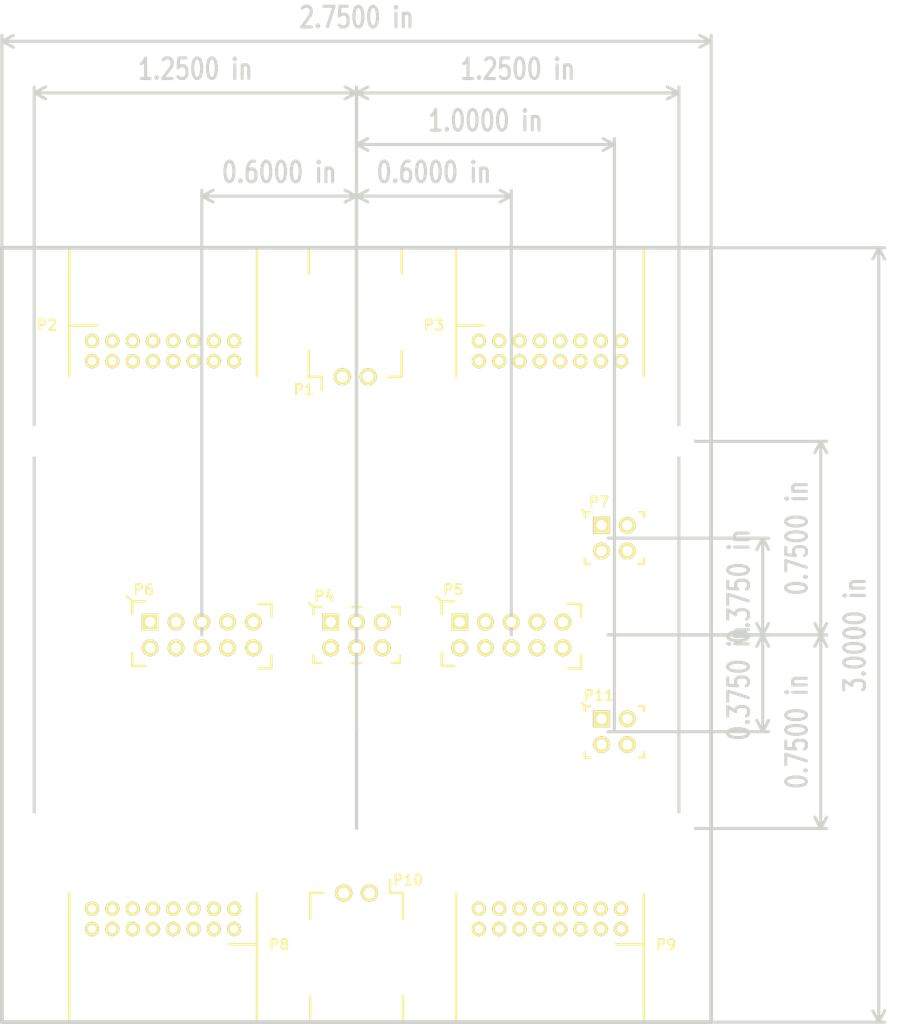
<source format=kicad_pcb>
(kicad_pcb (version 3) (host pcbnew "(2013-mar-13)-testing")

  (general
    (links 18)
    (no_connects 18)
    (area 177.555267 75.2348 275.143688 160.489001)
    (thickness 1.6)
    (drawings 15)
    (tracks 0)
    (zones 0)
    (modules 15)
    (nets 85)
  )

  (page USLetter)
  (title_block
    (title "TDCS Driver, MUX daugtherboard")
    (date 03/01/2014)
    (rev 1.A)
    (comment 1 "Copyright Andrey Shmakov 2014")
  )

  (layers
    (15 F.Cu signal)
    (2 PWR power hide)
    (1 GND power hide)
    (0 B.Cu signal hide)
    (16 B.Adhes user)
    (17 F.Adhes user)
    (18 B.Paste user)
    (19 F.Paste user)
    (20 B.SilkS user)
    (21 F.SilkS user)
    (22 B.Mask user)
    (23 F.Mask user)
    (24 Dwgs.User user)
    (25 Cmts.User user)
    (26 Eco1.User user)
    (27 Eco2.User user)
    (28 Edge.Cuts user)
  )

  (setup
    (last_trace_width 0.254)
    (user_trace_width 0.1524)
    (user_trace_width 0.2032)
    (user_trace_width 0.254)
    (user_trace_width 0.508)
    (user_trace_width 0.762)
    (user_trace_width 1.016)
    (user_trace_width 1.27)
    (trace_clearance 0.254)
    (zone_clearance 0.0254)
    (zone_45_only no)
    (trace_min 0.1524)
    (segment_width 0.381)
    (edge_width 0.381)
    (via_size 0.889)
    (via_drill 0.8128)
    (via_min_size 0.8128)
    (via_min_drill 0.3048)
    (user_via 0.8128 0.3048)
    (user_via 1.016 0.508)
    (user_via 1.27 0.8128)
    (uvia_size 0.508)
    (uvia_drill 0.127)
    (uvias_allowed no)
    (uvia_min_size 0.508)
    (uvia_min_drill 0.127)
    (pcb_text_width 0.3048)
    (pcb_text_size 1.524 2.032)
    (mod_edge_width 0.25)
    (mod_text_size 1.524 1.524)
    (mod_text_width 0.3048)
    (pad_size 1.65 1.65)
    (pad_drill 1)
    (pad_to_mask_clearance 0.254)
    (aux_axis_origin 181.61 83.82)
    (visible_elements FFFFF71F)
    (pcbplotparams
      (layerselection 3178497)
      (usegerberextensions true)
      (excludeedgelayer true)
      (linewidth 0.150000)
      (plotframeref false)
      (viasonmask false)
      (mode 1)
      (useauxorigin false)
      (hpglpennumber 1)
      (hpglpenspeed 20)
      (hpglpendiameter 15)
      (hpglpenoverlay 2)
      (psnegative false)
      (psa4output false)
      (plotreference true)
      (plotvalue true)
      (plotothertext true)
      (plotinvisibletext false)
      (padsonsilk false)
      (subtractmaskfromsilk false)
      (outputformat 1)
      (mirror false)
      (drillshape 0)
      (scaleselection 1)
      (outputdirectory /home/crasic/scratchwork/module_printing/))
  )

  (net 0 "")
  (net 1 /A0)
  (net 2 /A1)
  (net 3 /A2)
  (net 4 /A3)
  (net 5 /A4)
  (net 6 /B0)
  (net 7 /B1)
  (net 8 /B2)
  (net 9 /B3)
  (net 10 /B4)
  (net 11 /CS)
  (net 12 /EN)
  (net 13 /IN1)
  (net 14 /IN1')
  (net 15 /IN2)
  (net 16 /IN2')
  (net 17 /OUTA1)
  (net 18 /OUTA10)
  (net 19 /OUTA11)
  (net 20 /OUTA12)
  (net 21 /OUTA13)
  (net 22 /OUTA14)
  (net 23 /OUTA15)
  (net 24 /OUTA16)
  (net 25 /OUTA17)
  (net 26 /OUTA18)
  (net 27 /OUTA19)
  (net 28 /OUTA2)
  (net 29 /OUTA20)
  (net 30 /OUTA21)
  (net 31 /OUTA22)
  (net 32 /OUTA23)
  (net 33 /OUTA24)
  (net 34 /OUTA25)
  (net 35 /OUTA26)
  (net 36 /OUTA27)
  (net 37 /OUTA28)
  (net 38 /OUTA29)
  (net 39 /OUTA3)
  (net 40 /OUTA30)
  (net 41 /OUTA31)
  (net 42 /OUTA32)
  (net 43 /OUTA4)
  (net 44 /OUTA5)
  (net 45 /OUTA6)
  (net 46 /OUTA7)
  (net 47 /OUTA8)
  (net 48 /OUTA9)
  (net 49 /OUTB1)
  (net 50 /OUTB10)
  (net 51 /OUTB11)
  (net 52 /OUTB12)
  (net 53 /OUTB13)
  (net 54 /OUTB14)
  (net 55 /OUTB15)
  (net 56 /OUTB16)
  (net 57 /OUTB17)
  (net 58 /OUTB18)
  (net 59 /OUTB19)
  (net 60 /OUTB2)
  (net 61 /OUTB20)
  (net 62 /OUTB21)
  (net 63 /OUTB22)
  (net 64 /OUTB23)
  (net 65 /OUTB24)
  (net 66 /OUTB25)
  (net 67 /OUTB26)
  (net 68 /OUTB27)
  (net 69 /OUTB28)
  (net 70 /OUTB29)
  (net 71 /OUTB3)
  (net 72 /OUTB30)
  (net 73 /OUTB31)
  (net 74 /OUTB32)
  (net 75 /OUTB4)
  (net 76 /OUTB5)
  (net 77 /OUTB6)
  (net 78 /OUTB7)
  (net 79 /OUTB8)
  (net 80 /OUTB9)
  (net 81 /WR)
  (net 82 GND)
  (net 83 VDD)
  (net 84 VSS)

  (net_class Default "This is the default net class."
    (clearance 0.254)
    (trace_width 0.254)
    (via_dia 0.889)
    (via_drill 0.8128)
    (uvia_dia 0.508)
    (uvia_drill 0.127)
    (add_net "")
  )

  (net_class Logic ""
    (clearance 0.1524)
    (trace_width 0.2032)
    (via_dia 0.889)
    (via_drill 0.8128)
    (uvia_dia 0.508)
    (uvia_drill 0.127)
    (add_net /A0)
    (add_net /A1)
    (add_net /A2)
    (add_net /A3)
    (add_net /A4)
    (add_net /B0)
    (add_net /B1)
    (add_net /B2)
    (add_net /B3)
    (add_net /B4)
    (add_net /CS)
    (add_net /EN)
    (add_net /WR)
  )

  (net_class Power ""
    (clearance 0.1524)
    (trace_width 0.254)
    (via_dia 1.27)
    (via_drill 0.8128)
    (uvia_dia 0.508)
    (uvia_drill 0.127)
    (add_net GND)
    (add_net VDD)
    (add_net VSS)
  )

  (net_class Signal ""
    (clearance 0.1524)
    (trace_width 0.2032)
    (via_dia 0.889)
    (via_drill 0.8128)
    (uvia_dia 0.508)
    (uvia_drill 0.127)
    (add_net /IN1)
    (add_net /IN1')
    (add_net /IN2)
    (add_net /IN2')
    (add_net /OUTA1)
    (add_net /OUTA10)
    (add_net /OUTA11)
    (add_net /OUTA12)
    (add_net /OUTA13)
    (add_net /OUTA14)
    (add_net /OUTA15)
    (add_net /OUTA16)
    (add_net /OUTA17)
    (add_net /OUTA18)
    (add_net /OUTA19)
    (add_net /OUTA2)
    (add_net /OUTA20)
    (add_net /OUTA21)
    (add_net /OUTA22)
    (add_net /OUTA23)
    (add_net /OUTA24)
    (add_net /OUTA25)
    (add_net /OUTA26)
    (add_net /OUTA27)
    (add_net /OUTA28)
    (add_net /OUTA29)
    (add_net /OUTA3)
    (add_net /OUTA30)
    (add_net /OUTA31)
    (add_net /OUTA32)
    (add_net /OUTA4)
    (add_net /OUTA5)
    (add_net /OUTA6)
    (add_net /OUTA7)
    (add_net /OUTA8)
    (add_net /OUTA9)
    (add_net /OUTB1)
    (add_net /OUTB10)
    (add_net /OUTB11)
    (add_net /OUTB12)
    (add_net /OUTB13)
    (add_net /OUTB14)
    (add_net /OUTB15)
    (add_net /OUTB16)
    (add_net /OUTB17)
    (add_net /OUTB18)
    (add_net /OUTB19)
    (add_net /OUTB2)
    (add_net /OUTB20)
    (add_net /OUTB21)
    (add_net /OUTB22)
    (add_net /OUTB23)
    (add_net /OUTB24)
    (add_net /OUTB25)
    (add_net /OUTB26)
    (add_net /OUTB27)
    (add_net /OUTB28)
    (add_net /OUTB29)
    (add_net /OUTB3)
    (add_net /OUTB30)
    (add_net /OUTB31)
    (add_net /OUTB32)
    (add_net /OUTB4)
    (add_net /OUTB5)
    (add_net /OUTB6)
    (add_net /OUTB7)
    (add_net /OUTB8)
    (add_net /OUTB9)
  )

  (module SCREW_3mm (layer F.Cu) (tedit 5324ED35) (tstamp 53251FDB)
    (at 184.785 102.87)
    (path /53239D84)
    (fp_text reference SCREW1 (at 0.25 4.25) (layer F.SilkS) hide
      (effects (font (thickness 0.3048)))
    )
    (fp_text value CONN_1 (at 0.25 4.5) (layer F.SilkS) hide
      (effects (font (thickness 0.3048)))
    )
    (pad "" np_thru_hole circle (at 0 0) (size 3 3) (drill 3)
      (layers *.Cu *.Mask F.SilkS)
    )
  )

  (module SCREW_3mm (layer F.Cu) (tedit 5324ED35) (tstamp 53251FE0)
    (at 184.785 140.97)
    (path /53239D7E)
    (fp_text reference SCREW2 (at 0.25 4.25) (layer F.SilkS) hide
      (effects (font (thickness 0.3048)))
    )
    (fp_text value CONN_1 (at 0.25 4.5) (layer F.SilkS) hide
      (effects (font (thickness 0.3048)))
    )
    (pad "" np_thru_hole circle (at 0 0) (size 3 3) (drill 3)
      (layers *.Cu *.Mask F.SilkS)
    )
  )

  (module SCREW_3mm (layer F.Cu) (tedit 5324ED35) (tstamp 53251FE5)
    (at 248.285 102.87)
    (path /53239D78)
    (fp_text reference SCREW3 (at 0.25 4.25) (layer F.SilkS) hide
      (effects (font (thickness 0.3048)))
    )
    (fp_text value CONN_1 (at 0.25 4.5) (layer F.SilkS) hide
      (effects (font (thickness 0.3048)))
    )
    (pad "" np_thru_hole circle (at 0 0) (size 3 3) (drill 3)
      (layers *.Cu *.Mask F.SilkS)
    )
  )

  (module SCREW_3mm (layer F.Cu) (tedit 5324ED35) (tstamp 53251FEA)
    (at 248.285 140.97)
    (path /53239D72)
    (fp_text reference SCREW4 (at 0.25 4.25) (layer F.SilkS) hide
      (effects (font (thickness 0.3048)))
    )
    (fp_text value CONN_1 (at 0.25 4.5) (layer F.SilkS) hide
      (effects (font (thickness 0.3048)))
    )
    (pad "" np_thru_hole circle (at 0 0) (size 3 3) (drill 3)
      (layers *.Cu *.Mask F.SilkS)
    )
  )

  (module HEADER-2x5-SAMTEC (layer F.Cu) (tedit 53277443) (tstamp 53254757)
    (at 201.295 121.92)
    (path /53250D68)
    (fp_text reference P6 (at -5.715 -4.445) (layer F.SilkS)
      (effects (font (size 1.016 1.016) (thickness 0.2032)))
    )
    (fp_text value CONN_5X2 (at -13.97 0.762) (layer F.SilkS) hide
      (effects (font (size 1.524 1.016) (thickness 0.3048)))
    )
    (fp_line (start -6.858 -3.302) (end -7.366 -3.81) (layer F.SilkS) (width 0.25))
    (fp_line (start -6.858 -2.032) (end -6.858 -3.302) (layer F.SilkS) (width 0.25))
    (fp_line (start -6.858 -3.302) (end -5.588 -3.302) (layer F.SilkS) (width 0.25))
    (fp_line (start -5.588 3.048) (end -6.858 3.048) (layer F.SilkS) (width 0.25))
    (fp_line (start -6.858 3.048) (end -6.858 1.778) (layer F.SilkS) (width 0.25))
    (fp_line (start 6.858 2.032) (end 6.858 3.302) (layer F.SilkS) (width 0.25))
    (fp_line (start 6.858 3.302) (end 5.588 3.302) (layer F.SilkS) (width 0.25))
    (fp_line (start 5.588 -3.048) (end 6.858 -3.048) (layer F.SilkS) (width 0.25))
    (fp_line (start 6.858 -3.048) (end 6.858 -1.778) (layer F.SilkS) (width 0.25))
    (pad 1 thru_hole rect (at -5.08 -1.27) (size 1.65 1.65) (drill 1)
      (layers *.Cu *.Mask F.SilkS)
      (net 1 /A0)
    )
    (pad 2 thru_hole circle (at -5.08 1.27) (size 1.65 1.65) (drill 1)
      (layers *.Cu *.Mask F.SilkS)
      (net 6 /B0)
    )
    (pad 3 thru_hole circle (at -2.54 -1.27) (size 1.65 1.65) (drill 1)
      (layers *.Cu *.Mask F.SilkS)
      (net 2 /A1)
    )
    (pad 4 thru_hole circle (at -2.54 1.27) (size 1.65 1.65) (drill 1)
      (layers *.Cu *.Mask F.SilkS)
      (net 7 /B1)
    )
    (pad 5 thru_hole circle (at 0 -1.27) (size 1.65 1.65) (drill 1)
      (layers *.Cu *.Mask F.SilkS)
      (net 3 /A2)
    )
    (pad 6 thru_hole circle (at 0 1.27) (size 1.65 1.65) (drill 1)
      (layers *.Cu *.Mask F.SilkS)
      (net 8 /B2)
    )
    (pad 7 thru_hole circle (at 2.54 -1.27) (size 1.65 1.65) (drill 1)
      (layers *.Cu *.Mask F.SilkS)
      (net 4 /A3)
    )
    (pad 8 thru_hole circle (at 2.54 1.27) (size 1.65 1.65) (drill 1)
      (layers *.Cu *.Mask F.SilkS)
      (net 9 /B3)
    )
    (pad 9 thru_hole circle (at 5.08 -1.27) (size 1.65 1.65) (drill 1)
      (layers *.Cu *.Mask F.SilkS)
      (net 5 /A4)
    )
    (pad 10 thru_hole circle (at 5.08 1.27) (size 1.65 1.65) (drill 1)
      (layers *.Cu *.Mask F.SilkS)
      (net 10 /B4)
    )
  )

  (module HEADER-2x5-SAMTEC (layer F.Cu) (tedit 53277443) (tstamp 53262E69)
    (at 231.775 121.92)
    (path /53250D98)
    (fp_text reference P5 (at -5.715 -4.445) (layer F.SilkS)
      (effects (font (size 1.016 1.016) (thickness 0.2032)))
    )
    (fp_text value CONN_5X2 (at -13.97 0.762) (layer F.SilkS) hide
      (effects (font (size 1.524 1.016) (thickness 0.3048)))
    )
    (fp_line (start -6.858 -3.302) (end -7.366 -3.81) (layer F.SilkS) (width 0.25))
    (fp_line (start -6.858 -2.032) (end -6.858 -3.302) (layer F.SilkS) (width 0.25))
    (fp_line (start -6.858 -3.302) (end -5.588 -3.302) (layer F.SilkS) (width 0.25))
    (fp_line (start -5.588 3.048) (end -6.858 3.048) (layer F.SilkS) (width 0.25))
    (fp_line (start -6.858 3.048) (end -6.858 1.778) (layer F.SilkS) (width 0.25))
    (fp_line (start 6.858 2.032) (end 6.858 3.302) (layer F.SilkS) (width 0.25))
    (fp_line (start 6.858 3.302) (end 5.588 3.302) (layer F.SilkS) (width 0.25))
    (fp_line (start 5.588 -3.048) (end 6.858 -3.048) (layer F.SilkS) (width 0.25))
    (fp_line (start 6.858 -3.048) (end 6.858 -1.778) (layer F.SilkS) (width 0.25))
    (pad 1 thru_hole rect (at -5.08 -1.27) (size 1.65 1.65) (drill 1)
      (layers *.Cu *.Mask F.SilkS)
      (net 10 /B4)
    )
    (pad 2 thru_hole circle (at -5.08 1.27) (size 1.65 1.65) (drill 1)
      (layers *.Cu *.Mask F.SilkS)
      (net 5 /A4)
    )
    (pad 3 thru_hole circle (at -2.54 -1.27) (size 1.65 1.65) (drill 1)
      (layers *.Cu *.Mask F.SilkS)
      (net 9 /B3)
    )
    (pad 4 thru_hole circle (at -2.54 1.27) (size 1.65 1.65) (drill 1)
      (layers *.Cu *.Mask F.SilkS)
      (net 4 /A3)
    )
    (pad 5 thru_hole circle (at 0 -1.27) (size 1.65 1.65) (drill 1)
      (layers *.Cu *.Mask F.SilkS)
      (net 8 /B2)
    )
    (pad 6 thru_hole circle (at 0 1.27) (size 1.65 1.65) (drill 1)
      (layers *.Cu *.Mask F.SilkS)
      (net 3 /A2)
    )
    (pad 7 thru_hole circle (at 2.54 -1.27) (size 1.65 1.65) (drill 1)
      (layers *.Cu *.Mask F.SilkS)
      (net 7 /B1)
    )
    (pad 8 thru_hole circle (at 2.54 1.27) (size 1.65 1.65) (drill 1)
      (layers *.Cu *.Mask F.SilkS)
      (net 2 /A1)
    )
    (pad 9 thru_hole circle (at 5.08 -1.27) (size 1.65 1.65) (drill 1)
      (layers *.Cu *.Mask F.SilkS)
      (net 6 /B0)
    )
    (pad 10 thru_hole circle (at 5.08 1.27) (size 1.65 1.65) (drill 1)
      (layers *.Cu *.Mask F.SilkS)
      (net 1 /A0)
    )
  )

  (module HEADER-2x3-SAMTEC (layer F.Cu) (tedit 5327746B) (tstamp 53251F61)
    (at 216.535 121.92)
    (path /53239FB0)
    (fp_text reference P4 (at -3.175 -3.81) (layer F.SilkS)
      (effects (font (size 1.016 1.016) (thickness 0.2032)))
    )
    (fp_text value CONN_3X2 (at 0 3.81) (layer F.SilkS) hide
      (effects (font (size 1.524 1.016) (thickness 0.3048)))
    )
    (fp_line (start -0.5 -2.75) (end 0.5 -2.75) (layer F.SilkS) (width 0.25))
    (fp_line (start -0.5 2.75) (end 0.5 2.75) (layer F.SilkS) (width 0.25))
    (fp_line (start -4.3 -2.8) (end -4.7 -3.2) (layer F.SilkS) (width 0.25))
    (fp_line (start -4.25 -2) (end -4.25 -2.75) (layer F.SilkS) (width 0.25))
    (fp_line (start -4.25 -2.75) (end -3.5 -2.75) (layer F.SilkS) (width 0.25))
    (fp_line (start -3.5 2.75) (end -4.25 2.75) (layer F.SilkS) (width 0.25))
    (fp_line (start -4.25 2.75) (end -4.25 2) (layer F.SilkS) (width 0.25))
    (fp_line (start 4.25 2) (end 4.25 2.75) (layer F.SilkS) (width 0.25))
    (fp_line (start 4.25 2.75) (end 3.5 2.75) (layer F.SilkS) (width 0.25))
    (fp_line (start 4.25 -2.75) (end 4.25 -2) (layer F.SilkS) (width 0.25))
    (fp_line (start 3.5 -2.75) (end 4.25 -2.75) (layer F.SilkS) (width 0.25))
    (pad 1 thru_hole rect (at -2.54 -1.27) (size 1.65 1.65) (drill 1)
      (layers *.Cu *.Mask F.SilkS)
      (net 11 /CS)
    )
    (pad 3 thru_hole circle (at 0 -1.27) (size 1.65 1.65) (drill 1)
      (layers *.Cu *.Mask F.SilkS)
      (net 81 /WR)
    )
    (pad 2 thru_hole circle (at -2.54 1.27) (size 1.65 1.65) (drill 1)
      (layers *.Cu *.Mask F.SilkS)
      (net 12 /EN)
    )
    (pad 4 thru_hole circle (at 0 1.27) (size 1.65 1.65) (drill 1)
      (layers *.Cu *.Mask F.SilkS)
      (net 81 /WR)
    )
    (pad 5 thru_hole circle (at 2.54 -1.27) (size 1.65 1.65) (drill 1)
      (layers *.Cu *.Mask F.SilkS)
      (net 12 /EN)
    )
    (pad 6 thru_hole circle (at 2.54 1.27) (size 1.65 1.65) (drill 1)
      (layers *.Cu *.Mask F.SilkS)
      (net 11 /CS)
    )
  )

  (module HEADER-2x2-SAMTEC (layer F.Cu) (tedit 532774C3) (tstamp 5326259D)
    (at 241.935 112.395)
    (path /5326173E)
    (fp_text reference P7 (at -1.524 -3.556) (layer F.SilkS)
      (effects (font (size 1.016 1.016) (thickness 0.2032)))
    )
    (fp_text value CONN_2X2 (at 0 4.191) (layer F.SilkS) hide
      (effects (font (size 1.524 1.016) (thickness 0.3048)))
    )
    (fp_line (start -2.921 -2.54) (end -3.175 -2.794) (layer F.SilkS) (width 0.25))
    (fp_line (start -2.921 -2.54) (end -2.413 -2.54) (layer F.SilkS) (width 0.25))
    (fp_line (start -2.921 -2.54) (end -2.921 -2.032) (layer F.SilkS) (width 0.25))
    (fp_line (start -2.921 2.54) (end -2.921 2.032) (layer F.SilkS) (width 0.25))
    (fp_line (start -2.921 2.54) (end -2.413 2.54) (layer F.SilkS) (width 0.25))
    (fp_line (start 2.921 2.032) (end 2.921 2.54) (layer F.SilkS) (width 0.25))
    (fp_line (start 2.921 2.54) (end 2.413 2.54) (layer F.SilkS) (width 0.25))
    (fp_line (start 2.921 -2.032) (end 2.921 -2.54) (layer F.SilkS) (width 0.25))
    (fp_line (start 2.921 -2.54) (end 2.413 -2.54) (layer F.SilkS) (width 0.25))
    (pad 1 thru_hole rect (at -1.27 -1.27) (size 1.65 1.65) (drill 1)
      (layers *.Cu *.Mask F.SilkS)
      (net 82 GND)
    )
    (pad 2 thru_hole circle (at -1.27 1.27) (size 1.65 1.65) (drill 1)
      (layers *.Cu *.Mask F.SilkS)
      (net 82 GND)
    )
    (pad 3 thru_hole circle (at 1.27 -1.27) (size 1.65 1.65) (drill 1)
      (layers *.Cu *.Mask F.SilkS)
      (net 82 GND)
    )
    (pad 4 thru_hole circle (at 1.27 1.27) (size 1.65 1.65) (drill 1)
      (layers *.Cu *.Mask F.SilkS)
      (net 82 GND)
    )
  )

  (module HEADER-2x2-SAMTEC (layer F.Cu) (tedit 532774C3) (tstamp 53262378)
    (at 241.935 131.445)
    (path /5326174D)
    (fp_text reference P11 (at -1.524 -3.556) (layer F.SilkS)
      (effects (font (size 1.016 1.016) (thickness 0.2032)))
    )
    (fp_text value CONN_2X2 (at 0 4.191) (layer F.SilkS) hide
      (effects (font (size 1.524 1.016) (thickness 0.3048)))
    )
    (fp_line (start -2.921 -2.54) (end -3.175 -2.794) (layer F.SilkS) (width 0.25))
    (fp_line (start -2.921 -2.54) (end -2.413 -2.54) (layer F.SilkS) (width 0.25))
    (fp_line (start -2.921 -2.54) (end -2.921 -2.032) (layer F.SilkS) (width 0.25))
    (fp_line (start -2.921 2.54) (end -2.921 2.032) (layer F.SilkS) (width 0.25))
    (fp_line (start -2.921 2.54) (end -2.413 2.54) (layer F.SilkS) (width 0.25))
    (fp_line (start 2.921 2.032) (end 2.921 2.54) (layer F.SilkS) (width 0.25))
    (fp_line (start 2.921 2.54) (end 2.413 2.54) (layer F.SilkS) (width 0.25))
    (fp_line (start 2.921 -2.032) (end 2.921 -2.54) (layer F.SilkS) (width 0.25))
    (fp_line (start 2.921 -2.54) (end 2.413 -2.54) (layer F.SilkS) (width 0.25))
    (pad 1 thru_hole rect (at -1.27 -1.27) (size 1.65 1.65) (drill 1)
      (layers *.Cu *.Mask F.SilkS)
      (net 84 VSS)
    )
    (pad 2 thru_hole circle (at -1.27 1.27) (size 1.65 1.65) (drill 1)
      (layers *.Cu *.Mask F.SilkS)
      (net 84 VSS)
    )
    (pad 3 thru_hole circle (at 1.27 -1.27) (size 1.65 1.65) (drill 1)
      (layers *.Cu *.Mask F.SilkS)
      (net 83 VDD)
    )
    (pad 4 thru_hole circle (at 1.27 1.27) (size 1.65 1.65) (drill 1)
      (layers *.Cu *.Mask F.SilkS)
      (net 83 VDD)
    )
  )

  (module MOLEX_iGRID_2MM_16PIN (layer F.Cu) (tedit 5327753A) (tstamp 53251FC8)
    (at 235.585 149.86)
    (path /5323C6F0)
    (clearance 0.15)
    (fp_text reference P9 (at 11.43 2.54) (layer F.SilkS)
      (effects (font (size 1.016 1.016) (thickness 0.2032)))
    )
    (fp_text value CONN_8X2 (at 12.75 -0.75) (layer F.SilkS) hide
      (effects (font (thickness 0.3048)))
    )
    (fp_line (start -9.25 -2.5) (end -9.25 10.25) (layer F.SilkS) (width 0.25))
    (fp_line (start 9.25 2.5) (end 6.5 2.5) (layer F.SilkS) (width 0.25))
    (fp_line (start 9.25 -2.5) (end 9.25 10.25) (layer F.SilkS) (width 0.25))
    (pad 1 thru_hole circle (at 7 1 90) (size 1.4 1.4) (drill 0.8)
      (layers *.Cu *.Mask F.SilkS)
      (net 49 /OUTB1)
    )
    (pad 2 thru_hole circle (at 7 -1 90) (size 1.4 1.4) (drill 0.8)
      (layers *.Cu *.Mask F.SilkS)
      (net 60 /OUTB2)
    )
    (pad 3 thru_hole circle (at 5 1 90) (size 1.4 1.4) (drill 0.8)
      (layers *.Cu *.Mask F.SilkS)
      (net 71 /OUTB3)
    )
    (pad 4 thru_hole circle (at 5 -1 90) (size 1.4 1.4) (drill 0.8)
      (layers *.Cu *.Mask F.SilkS)
      (net 75 /OUTB4)
    )
    (pad 5 thru_hole circle (at 3 1 90) (size 1.4 1.4) (drill 0.8)
      (layers *.Cu *.Mask F.SilkS)
      (net 76 /OUTB5)
    )
    (pad 6 thru_hole circle (at 3 -1 90) (size 1.4 1.4) (drill 0.8)
      (layers *.Cu *.Mask F.SilkS)
      (net 77 /OUTB6)
    )
    (pad 7 thru_hole circle (at 1 1 90) (size 1.4 1.4) (drill 0.8)
      (layers *.Cu *.Mask F.SilkS)
      (net 78 /OUTB7)
    )
    (pad 8 thru_hole circle (at 1 -1 90) (size 1.4 1.4) (drill 0.8)
      (layers *.Cu *.Mask F.SilkS)
      (net 79 /OUTB8)
    )
    (pad 9 thru_hole circle (at -1 1 90) (size 1.4 1.4) (drill 0.8)
      (layers *.Cu *.Mask F.SilkS)
      (net 80 /OUTB9)
    )
    (pad 10 thru_hole circle (at -1 -1 90) (size 1.4 1.4) (drill 0.8)
      (layers *.Cu *.Mask F.SilkS)
      (net 50 /OUTB10)
    )
    (pad 11 thru_hole circle (at -3 1 90) (size 1.4 1.4) (drill 0.8)
      (layers *.Cu *.Mask F.SilkS)
      (net 51 /OUTB11)
    )
    (pad 12 thru_hole circle (at -3 -1 90) (size 1.4 1.4) (drill 0.8)
      (layers *.Cu *.Mask F.SilkS)
      (net 52 /OUTB12)
    )
    (pad 13 thru_hole circle (at -5 1 90) (size 1.4 1.4) (drill 0.8)
      (layers *.Cu *.Mask F.SilkS)
      (net 53 /OUTB13)
    )
    (pad 14 thru_hole circle (at -5 -1 90) (size 1.4 1.4) (drill 0.8)
      (layers *.Cu *.Mask F.SilkS)
      (net 54 /OUTB14)
    )
    (pad 15 thru_hole circle (at -7 1 90) (size 1.4 1.4) (drill 0.8)
      (layers *.Cu *.Mask F.SilkS)
      (net 55 /OUTB15)
    )
    (pad 16 thru_hole circle (at -7 -1 90) (size 1.4 1.4) (drill 0.8)
      (layers *.Cu *.Mask F.SilkS)
      (net 56 /OUTB16)
    )
  )

  (module MOLEX_iGRID_2MM_16PIN (layer F.Cu) (tedit 5327753A) (tstamp 53251FB1)
    (at 197.485 149.86)
    (path /5323C6F6)
    (clearance 0.15)
    (fp_text reference P8 (at 11.43 2.54) (layer F.SilkS)
      (effects (font (size 1.016 1.016) (thickness 0.2032)))
    )
    (fp_text value CONN_8X2 (at 12.75 -0.75) (layer F.SilkS) hide
      (effects (font (thickness 0.3048)))
    )
    (fp_line (start -9.25 -2.5) (end -9.25 10.25) (layer F.SilkS) (width 0.25))
    (fp_line (start 9.25 2.5) (end 6.5 2.5) (layer F.SilkS) (width 0.25))
    (fp_line (start 9.25 -2.5) (end 9.25 10.25) (layer F.SilkS) (width 0.25))
    (pad 1 thru_hole circle (at 7 1 90) (size 1.4 1.4) (drill 0.8)
      (layers *.Cu *.Mask F.SilkS)
      (net 57 /OUTB17)
    )
    (pad 2 thru_hole circle (at 7 -1 90) (size 1.4 1.4) (drill 0.8)
      (layers *.Cu *.Mask F.SilkS)
      (net 58 /OUTB18)
    )
    (pad 3 thru_hole circle (at 5 1 90) (size 1.4 1.4) (drill 0.8)
      (layers *.Cu *.Mask F.SilkS)
      (net 59 /OUTB19)
    )
    (pad 4 thru_hole circle (at 5 -1 90) (size 1.4 1.4) (drill 0.8)
      (layers *.Cu *.Mask F.SilkS)
      (net 61 /OUTB20)
    )
    (pad 5 thru_hole circle (at 3 1 90) (size 1.4 1.4) (drill 0.8)
      (layers *.Cu *.Mask F.SilkS)
      (net 62 /OUTB21)
    )
    (pad 6 thru_hole circle (at 3 -1 90) (size 1.4 1.4) (drill 0.8)
      (layers *.Cu *.Mask F.SilkS)
      (net 63 /OUTB22)
    )
    (pad 7 thru_hole circle (at 1 1 90) (size 1.4 1.4) (drill 0.8)
      (layers *.Cu *.Mask F.SilkS)
      (net 64 /OUTB23)
    )
    (pad 8 thru_hole circle (at 1 -1 90) (size 1.4 1.4) (drill 0.8)
      (layers *.Cu *.Mask F.SilkS)
      (net 65 /OUTB24)
    )
    (pad 9 thru_hole circle (at -1 1 90) (size 1.4 1.4) (drill 0.8)
      (layers *.Cu *.Mask F.SilkS)
      (net 66 /OUTB25)
    )
    (pad 10 thru_hole circle (at -1 -1 90) (size 1.4 1.4) (drill 0.8)
      (layers *.Cu *.Mask F.SilkS)
      (net 67 /OUTB26)
    )
    (pad 11 thru_hole circle (at -3 1 90) (size 1.4 1.4) (drill 0.8)
      (layers *.Cu *.Mask F.SilkS)
      (net 68 /OUTB27)
    )
    (pad 12 thru_hole circle (at -3 -1 90) (size 1.4 1.4) (drill 0.8)
      (layers *.Cu *.Mask F.SilkS)
      (net 69 /OUTB28)
    )
    (pad 13 thru_hole circle (at -5 1 90) (size 1.4 1.4) (drill 0.8)
      (layers *.Cu *.Mask F.SilkS)
      (net 70 /OUTB29)
    )
    (pad 14 thru_hole circle (at -5 -1 90) (size 1.4 1.4) (drill 0.8)
      (layers *.Cu *.Mask F.SilkS)
      (net 72 /OUTB30)
    )
    (pad 15 thru_hole circle (at -7 1 90) (size 1.4 1.4) (drill 0.8)
      (layers *.Cu *.Mask F.SilkS)
      (net 73 /OUTB31)
    )
    (pad 16 thru_hole circle (at -7 -1 90) (size 1.4 1.4) (drill 0.8)
      (layers *.Cu *.Mask F.SilkS)
      (net 74 /OUTB32)
    )
  )

  (module MOLEX_iGRID_2MM_16PIN (layer F.Cu) (tedit 5327753A) (tstamp 53251F4C)
    (at 235.585 93.98 180)
    (path /5323C0BE)
    (clearance 0.15)
    (fp_text reference P3 (at 11.43 2.54 180) (layer F.SilkS)
      (effects (font (size 1.016 1.016) (thickness 0.2032)))
    )
    (fp_text value CONN_8X2 (at 12.75 -0.75 180) (layer F.SilkS) hide
      (effects (font (thickness 0.3048)))
    )
    (fp_line (start -9.25 -2.5) (end -9.25 10.25) (layer F.SilkS) (width 0.25))
    (fp_line (start 9.25 2.5) (end 6.5 2.5) (layer F.SilkS) (width 0.25))
    (fp_line (start 9.25 -2.5) (end 9.25 10.25) (layer F.SilkS) (width 0.25))
    (pad 1 thru_hole circle (at 7 1 270) (size 1.4 1.4) (drill 0.8)
      (layers *.Cu *.Mask F.SilkS)
      (net 25 /OUTA17)
    )
    (pad 2 thru_hole circle (at 7 -1 270) (size 1.4 1.4) (drill 0.8)
      (layers *.Cu *.Mask F.SilkS)
      (net 26 /OUTA18)
    )
    (pad 3 thru_hole circle (at 5 1 270) (size 1.4 1.4) (drill 0.8)
      (layers *.Cu *.Mask F.SilkS)
      (net 27 /OUTA19)
    )
    (pad 4 thru_hole circle (at 5 -1 270) (size 1.4 1.4) (drill 0.8)
      (layers *.Cu *.Mask F.SilkS)
      (net 29 /OUTA20)
    )
    (pad 5 thru_hole circle (at 3 1 270) (size 1.4 1.4) (drill 0.8)
      (layers *.Cu *.Mask F.SilkS)
      (net 30 /OUTA21)
    )
    (pad 6 thru_hole circle (at 3 -1 270) (size 1.4 1.4) (drill 0.8)
      (layers *.Cu *.Mask F.SilkS)
      (net 31 /OUTA22)
    )
    (pad 7 thru_hole circle (at 1 1 270) (size 1.4 1.4) (drill 0.8)
      (layers *.Cu *.Mask F.SilkS)
      (net 32 /OUTA23)
    )
    (pad 8 thru_hole circle (at 1 -1 270) (size 1.4 1.4) (drill 0.8)
      (layers *.Cu *.Mask F.SilkS)
      (net 33 /OUTA24)
    )
    (pad 9 thru_hole circle (at -1 1 270) (size 1.4 1.4) (drill 0.8)
      (layers *.Cu *.Mask F.SilkS)
      (net 34 /OUTA25)
    )
    (pad 10 thru_hole circle (at -1 -1 270) (size 1.4 1.4) (drill 0.8)
      (layers *.Cu *.Mask F.SilkS)
      (net 35 /OUTA26)
    )
    (pad 11 thru_hole circle (at -3 1 270) (size 1.4 1.4) (drill 0.8)
      (layers *.Cu *.Mask F.SilkS)
      (net 36 /OUTA27)
    )
    (pad 12 thru_hole circle (at -3 -1 270) (size 1.4 1.4) (drill 0.8)
      (layers *.Cu *.Mask F.SilkS)
      (net 37 /OUTA28)
    )
    (pad 13 thru_hole circle (at -5 1 270) (size 1.4 1.4) (drill 0.8)
      (layers *.Cu *.Mask F.SilkS)
      (net 38 /OUTA29)
    )
    (pad 14 thru_hole circle (at -5 -1 270) (size 1.4 1.4) (drill 0.8)
      (layers *.Cu *.Mask F.SilkS)
      (net 40 /OUTA30)
    )
    (pad 15 thru_hole circle (at -7 1 270) (size 1.4 1.4) (drill 0.8)
      (layers *.Cu *.Mask F.SilkS)
      (net 41 /OUTA31)
    )
    (pad 16 thru_hole circle (at -7 -1 270) (size 1.4 1.4) (drill 0.8)
      (layers *.Cu *.Mask F.SilkS)
      (net 42 /OUTA32)
    )
  )

  (module MOLEX_iGRID_2MM_16PIN (layer F.Cu) (tedit 5327753A) (tstamp 53252680)
    (at 197.485 93.98 180)
    (path /5323C1C5)
    (clearance 0.15)
    (fp_text reference P2 (at 11.43 2.54 180) (layer F.SilkS)
      (effects (font (size 1.016 1.016) (thickness 0.2032)))
    )
    (fp_text value CONN_8X2 (at 12.75 -0.75 180) (layer F.SilkS) hide
      (effects (font (thickness 0.3048)))
    )
    (fp_line (start -9.25 -2.5) (end -9.25 10.25) (layer F.SilkS) (width 0.25))
    (fp_line (start 9.25 2.5) (end 6.5 2.5) (layer F.SilkS) (width 0.25))
    (fp_line (start 9.25 -2.5) (end 9.25 10.25) (layer F.SilkS) (width 0.25))
    (pad 1 thru_hole circle (at 7 1 270) (size 1.4 1.4) (drill 0.8)
      (layers *.Cu *.Mask F.SilkS)
      (net 17 /OUTA1)
    )
    (pad 2 thru_hole circle (at 7 -1 270) (size 1.4 1.4) (drill 0.8)
      (layers *.Cu *.Mask F.SilkS)
      (net 28 /OUTA2)
    )
    (pad 3 thru_hole circle (at 5 1 270) (size 1.4 1.4) (drill 0.8)
      (layers *.Cu *.Mask F.SilkS)
      (net 39 /OUTA3)
    )
    (pad 4 thru_hole circle (at 5 -1 270) (size 1.4 1.4) (drill 0.8)
      (layers *.Cu *.Mask F.SilkS)
      (net 43 /OUTA4)
    )
    (pad 5 thru_hole circle (at 3 1 270) (size 1.4 1.4) (drill 0.8)
      (layers *.Cu *.Mask F.SilkS)
      (net 44 /OUTA5)
    )
    (pad 6 thru_hole circle (at 3 -1 270) (size 1.4 1.4) (drill 0.8)
      (layers *.Cu *.Mask F.SilkS)
      (net 45 /OUTA6)
    )
    (pad 7 thru_hole circle (at 1 1 270) (size 1.4 1.4) (drill 0.8)
      (layers *.Cu *.Mask F.SilkS)
      (net 46 /OUTA7)
    )
    (pad 8 thru_hole circle (at 1 -1 270) (size 1.4 1.4) (drill 0.8)
      (layers *.Cu *.Mask F.SilkS)
      (net 47 /OUTA8)
    )
    (pad 9 thru_hole circle (at -1 1 270) (size 1.4 1.4) (drill 0.8)
      (layers *.Cu *.Mask F.SilkS)
      (net 48 /OUTA9)
    )
    (pad 10 thru_hole circle (at -1 -1 270) (size 1.4 1.4) (drill 0.8)
      (layers *.Cu *.Mask F.SilkS)
      (net 18 /OUTA10)
    )
    (pad 11 thru_hole circle (at -3 1 270) (size 1.4 1.4) (drill 0.8)
      (layers *.Cu *.Mask F.SilkS)
      (net 19 /OUTA11)
    )
    (pad 12 thru_hole circle (at -3 -1 270) (size 1.4 1.4) (drill 0.8)
      (layers *.Cu *.Mask F.SilkS)
      (net 20 /OUTA12)
    )
    (pad 13 thru_hole circle (at -5 1 270) (size 1.4 1.4) (drill 0.8)
      (layers *.Cu *.Mask F.SilkS)
      (net 21 /OUTA13)
    )
    (pad 14 thru_hole circle (at -5 -1 270) (size 1.4 1.4) (drill 0.8)
      (layers *.Cu *.Mask F.SilkS)
      (net 22 /OUTA14)
    )
    (pad 15 thru_hole circle (at -7 1 270) (size 1.4 1.4) (drill 0.8)
      (layers *.Cu *.Mask F.SilkS)
      (net 23 /OUTA15)
    )
    (pad 16 thru_hole circle (at -7 -1 270) (size 1.4 1.4) (drill 0.8)
      (layers *.Cu *.Mask F.SilkS)
      (net 24 /OUTA16)
    )
  )

  (module CONN_1X2_MOLEX_SL_TH (layer F.Cu) (tedit 532775AF) (tstamp 53252C28)
    (at 216.408 96.52)
    (path /5323C58F)
    (fp_text reference P1 (at -5.08 1.27) (layer F.SilkS)
      (effects (font (size 1.016 1.016) (thickness 0.2032)))
    )
    (fp_text value CONN_2 (at 7.112 -6.35) (layer F.SilkS) hide
      (effects (font (thickness 0.3048)))
    )
    (fp_line (start 4.572 -2.54) (end 4.572 0) (layer F.SilkS) (width 0.25))
    (fp_line (start 4.572 0) (end 3.302 0) (layer F.SilkS) (width 0.25))
    (fp_line (start -3.302 0) (end -3.302 1.27) (layer F.SilkS) (width 0.25))
    (fp_line (start -4.572 0) (end -4.572 -2.54) (layer F.SilkS) (width 0.25))
    (fp_line (start -4.572 0) (end -3.302 0) (layer F.SilkS) (width 0.25))
    (fp_line (start -4.572 -12.7) (end -4.572 -10.16) (layer F.SilkS) (width 0.25))
    (fp_line (start -4.572 -12.7) (end -2.032 -12.7) (layer F.SilkS) (width 0.25))
    (fp_line (start 2.032 -12.7) (end 4.572 -12.7) (layer F.SilkS) (width 0.25))
    (fp_line (start 4.572 -12.7) (end 4.572 -10.16) (layer F.SilkS) (width 0.25))
    (pad 1 thru_hole circle (at -1.27 0) (size 1.7 1.7) (drill 1.1)
      (layers *.Cu *.Mask F.SilkS)
      (net 13 /IN1)
    )
    (pad 2 thru_hole circle (at 1.27 0) (size 1.7 1.7) (drill 1.1)
      (layers *.Cu *.Mask F.SilkS)
      (net 14 /IN1')
    )
    (pad "" np_thru_hole circle (at 2.54 -8.636) (size 3.4036 3.4036) (drill 3.4036)
      (layers *.Cu *.Mask F.SilkS)
    )
    (pad "" np_thru_hole circle (at -2.54 -8.636) (size 3.4036 3.4036) (drill 3.4036)
      (layers *.Cu *.Mask F.SilkS)
    )
  )

  (module CONN_1X2_MOLEX_SL_TH (layer F.Cu) (tedit 532775AF) (tstamp 53252C38)
    (at 216.535 147.32 180)
    (path /5323C787)
    (fp_text reference P10 (at -5.08 1.27 180) (layer F.SilkS)
      (effects (font (size 1.016 1.016) (thickness 0.2032)))
    )
    (fp_text value CONN_2 (at 7.112 -6.35 180) (layer F.SilkS) hide
      (effects (font (thickness 0.3048)))
    )
    (fp_line (start 4.572 -2.54) (end 4.572 0) (layer F.SilkS) (width 0.25))
    (fp_line (start 4.572 0) (end 3.302 0) (layer F.SilkS) (width 0.25))
    (fp_line (start -3.302 0) (end -3.302 1.27) (layer F.SilkS) (width 0.25))
    (fp_line (start -4.572 0) (end -4.572 -2.54) (layer F.SilkS) (width 0.25))
    (fp_line (start -4.572 0) (end -3.302 0) (layer F.SilkS) (width 0.25))
    (fp_line (start -4.572 -12.7) (end -4.572 -10.16) (layer F.SilkS) (width 0.25))
    (fp_line (start -4.572 -12.7) (end -2.032 -12.7) (layer F.SilkS) (width 0.25))
    (fp_line (start 2.032 -12.7) (end 4.572 -12.7) (layer F.SilkS) (width 0.25))
    (fp_line (start 4.572 -12.7) (end 4.572 -10.16) (layer F.SilkS) (width 0.25))
    (pad 1 thru_hole circle (at -1.27 0 180) (size 1.7 1.7) (drill 1.1)
      (layers *.Cu *.Mask F.SilkS)
      (net 15 /IN2)
    )
    (pad 2 thru_hole circle (at 1.27 0 180) (size 1.7 1.7) (drill 1.1)
      (layers *.Cu *.Mask F.SilkS)
      (net 16 /IN2')
    )
    (pad "" np_thru_hole circle (at 2.54 -8.636 180) (size 3.4036 3.4036) (drill 3.4036)
      (layers *.Cu *.Mask F.SilkS)
    )
    (pad "" np_thru_hole circle (at -2.54 -8.636 180) (size 3.4036 3.4036) (drill 3.4036)
      (layers *.Cu *.Mask F.SilkS)
    )
  )

  (dimension 69.85 (width 0.3048) (layer Edge.Cuts)
    (gr_text 2.750" (at 216.535 60.96) (layer Edge.Cuts)
      (effects (font (size 2.032 1.524) (thickness 0.3048)))
    )
    (feature1 (pts (xy 251.46 83.82) (xy 251.46 60.2488)))
    (feature2 (pts (xy 181.61 83.82) (xy 181.61 60.2488)))
    (crossbar (pts (xy 181.61 63.5) (xy 251.46 63.5)))
    (arrow1a (pts (xy 251.46 63.5) (xy 250.333496 64.086421)))
    (arrow1b (pts (xy 251.46 63.5) (xy 250.333496 62.913579)))
    (arrow2a (pts (xy 181.61 63.5) (xy 182.736504 64.086421)))
    (arrow2b (pts (xy 181.61 63.5) (xy 182.736504 62.913579)))
  )
  (dimension 31.75 (width 0.3048) (layer Edge.Cuts)
    (gr_text 1.250" (at 200.66 66.04) (layer Edge.Cuts)
      (effects (font (size 2.032 1.524) (thickness 0.3048)))
    )
    (feature1 (pts (xy 216.535 140.97) (xy 216.535 65.3288)))
    (feature2 (pts (xy 184.785 140.97) (xy 184.785 65.3288)))
    (crossbar (pts (xy 184.785 68.58) (xy 216.535 68.58)))
    (arrow1a (pts (xy 216.535 68.58) (xy 215.408496 69.166421)))
    (arrow1b (pts (xy 216.535 68.58) (xy 215.408496 67.993579)))
    (arrow2a (pts (xy 184.785 68.58) (xy 185.911504 69.166421)))
    (arrow2b (pts (xy 184.785 68.58) (xy 185.911504 67.993579)))
  )
  (dimension 31.75 (width 0.3048) (layer Edge.Cuts)
    (gr_text 1.250" (at 232.41 66.04) (layer Edge.Cuts)
      (effects (font (size 2.032 1.524) (thickness 0.3048)))
    )
    (feature1 (pts (xy 248.285 140.97) (xy 248.285 65.3288)))
    (feature2 (pts (xy 216.535 140.97) (xy 216.535 65.3288)))
    (crossbar (pts (xy 216.535 68.58) (xy 248.285 68.58)))
    (arrow1a (pts (xy 248.285 68.58) (xy 247.158496 69.166421)))
    (arrow1b (pts (xy 248.285 68.58) (xy 247.158496 67.993579)))
    (arrow2a (pts (xy 216.535 68.58) (xy 217.661504 69.166421)))
    (arrow2b (pts (xy 216.535 68.58) (xy 217.661504 67.993579)))
  )
  (dimension 25.4 (width 0.3048) (layer Edge.Cuts)
    (gr_text 1.000" (at 229.235 71.12) (layer Edge.Cuts)
      (effects (font (size 2.032 1.524) (thickness 0.3048)))
    )
    (feature1 (pts (xy 241.935 131.445) (xy 241.935 70.4088)))
    (feature2 (pts (xy 216.535 131.445) (xy 216.535 70.4088)))
    (crossbar (pts (xy 216.535 73.66) (xy 241.935 73.66)))
    (arrow1a (pts (xy 241.935 73.66) (xy 240.808496 74.246421)))
    (arrow1b (pts (xy 241.935 73.66) (xy 240.808496 73.073579)))
    (arrow2a (pts (xy 216.535 73.66) (xy 217.661504 74.246421)))
    (arrow2b (pts (xy 216.535 73.66) (xy 217.661504 73.073579)))
  )
  (dimension 15.24 (width 0.3048) (layer Edge.Cuts)
    (gr_text 0.600" (at 208.915 76.2) (layer Edge.Cuts)
      (effects (font (size 2.032 1.524) (thickness 0.3048)))
    )
    (feature1 (pts (xy 216.535 121.92) (xy 216.535 75.4888)))
    (feature2 (pts (xy 201.295 121.92) (xy 201.295 75.4888)))
    (crossbar (pts (xy 201.295 78.74) (xy 216.535 78.74)))
    (arrow1a (pts (xy 216.535 78.74) (xy 215.408496 79.326421)))
    (arrow1b (pts (xy 216.535 78.74) (xy 215.408496 78.153579)))
    (arrow2a (pts (xy 201.295 78.74) (xy 202.421504 79.326421)))
    (arrow2b (pts (xy 201.295 78.74) (xy 202.421504 78.153579)))
  )
  (dimension 15.24 (width 0.3048) (layer Edge.Cuts)
    (gr_text 0.600" (at 224.155 76.2) (layer Edge.Cuts)
      (effects (font (size 2.032 1.524) (thickness 0.3048)))
    )
    (feature1 (pts (xy 231.775 121.92) (xy 231.775 75.4888)))
    (feature2 (pts (xy 216.535 121.92) (xy 216.535 75.4888)))
    (crossbar (pts (xy 216.535 78.74) (xy 231.775 78.74)))
    (arrow1a (pts (xy 231.775 78.74) (xy 230.648496 79.326421)))
    (arrow1b (pts (xy 231.775 78.74) (xy 230.648496 78.153579)))
    (arrow2a (pts (xy 216.535 78.74) (xy 217.661504 79.326421)))
    (arrow2b (pts (xy 216.535 78.74) (xy 217.661504 78.153579)))
  )
  (dimension 76.2 (width 0.3048) (layer Edge.Cuts)
    (gr_text 3.000" (at 271.145 121.92 90) (layer Edge.Cuts)
      (effects (font (size 2.032 1.524) (thickness 0.3048)))
    )
    (feature1 (pts (xy 251.46 83.82) (xy 271.2212 83.82)))
    (feature2 (pts (xy 251.46 160.02) (xy 271.2212 160.02)))
    (crossbar (pts (xy 267.97 160.02) (xy 267.97 83.82)))
    (arrow1a (pts (xy 267.97 83.82) (xy 268.556421 84.946504)))
    (arrow1b (pts (xy 267.97 83.82) (xy 267.383579 84.946504)))
    (arrow2a (pts (xy 267.97 160.02) (xy 268.556421 158.893496)))
    (arrow2b (pts (xy 267.97 160.02) (xy 267.383579 158.893496)))
  )
  (dimension 19.05 (width 0.3048) (layer Edge.Cuts)
    (gr_text 0.750" (at 265.43 112.395 90) (layer Edge.Cuts)
      (effects (font (size 2.032 1.524) (thickness 0.3048)))
    )
    (feature1 (pts (xy 248.285 102.87) (xy 265.5062 102.87)))
    (feature2 (pts (xy 248.285 121.92) (xy 265.5062 121.92)))
    (crossbar (pts (xy 262.255 121.92) (xy 262.255 102.87)))
    (arrow1a (pts (xy 262.255 102.87) (xy 262.841421 103.996504)))
    (arrow1b (pts (xy 262.255 102.87) (xy 261.668579 103.996504)))
    (arrow2a (pts (xy 262.255 121.92) (xy 262.841421 120.793496)))
    (arrow2b (pts (xy 262.255 121.92) (xy 261.668579 120.793496)))
  )
  (dimension 19.05 (width 0.3048) (layer Edge.Cuts)
    (gr_text 0.750" (at 265.43 131.445 90) (layer Edge.Cuts)
      (effects (font (size 2.032 1.524) (thickness 0.3048)))
    )
    (feature1 (pts (xy 248.285 121.92) (xy 265.5062 121.92)))
    (feature2 (pts (xy 248.285 140.97) (xy 265.5062 140.97)))
    (crossbar (pts (xy 262.255 140.97) (xy 262.255 121.92)))
    (arrow1a (pts (xy 262.255 121.92) (xy 262.841421 123.046504)))
    (arrow1b (pts (xy 262.255 121.92) (xy 261.668579 123.046504)))
    (arrow2a (pts (xy 262.255 140.97) (xy 262.841421 139.843496)))
    (arrow2b (pts (xy 262.255 140.97) (xy 261.668579 139.843496)))
  )
  (dimension 9.525 (width 0.3048) (layer Edge.Cuts)
    (gr_text 0.375" (at 259.715 126.365 90) (layer Edge.Cuts)
      (effects (font (size 2.032 1.524) (thickness 0.3048)))
    )
    (feature1 (pts (xy 241.3 121.92) (xy 259.7912 121.92)))
    (feature2 (pts (xy 241.3 131.445) (xy 259.7912 131.445)))
    (crossbar (pts (xy 256.54 131.445) (xy 256.54 121.92)))
    (arrow1a (pts (xy 256.54 121.92) (xy 257.126421 123.046504)))
    (arrow1b (pts (xy 256.54 121.92) (xy 255.953579 123.046504)))
    (arrow2a (pts (xy 256.54 131.445) (xy 257.126421 130.318496)))
    (arrow2b (pts (xy 256.54 131.445) (xy 255.953579 130.318496)))
  )
  (dimension 9.525 (width 0.3048) (layer Edge.Cuts)
    (gr_text 0.375" (at 259.715 116.84 90) (layer Edge.Cuts)
      (effects (font (size 2.032 1.524) (thickness 0.3048)))
    )
    (feature1 (pts (xy 241.3 112.395) (xy 259.7912 112.395)))
    (feature2 (pts (xy 241.3 121.92) (xy 259.7912 121.92)))
    (crossbar (pts (xy 256.54 121.92) (xy 256.54 112.395)))
    (arrow1a (pts (xy 256.54 112.395) (xy 257.126421 113.521504)))
    (arrow1b (pts (xy 256.54 112.395) (xy 255.953579 113.521504)))
    (arrow2a (pts (xy 256.54 121.92) (xy 257.126421 120.793496)))
    (arrow2b (pts (xy 256.54 121.92) (xy 255.953579 120.793496)))
  )
  (gr_line (start 181.61 160.02) (end 181.61 83.82) (angle 90) (layer Edge.Cuts) (width 0.381))
  (gr_line (start 251.46 160.02) (end 181.61 160.02) (angle 90) (layer Edge.Cuts) (width 0.381))
  (gr_line (start 251.46 83.82) (end 251.46 160.02) (angle 90) (layer Edge.Cuts) (width 0.381))
  (gr_line (start 181.61 83.82) (end 251.46 83.82) (angle 90) (layer Edge.Cuts) (width 0.381))

)

</source>
